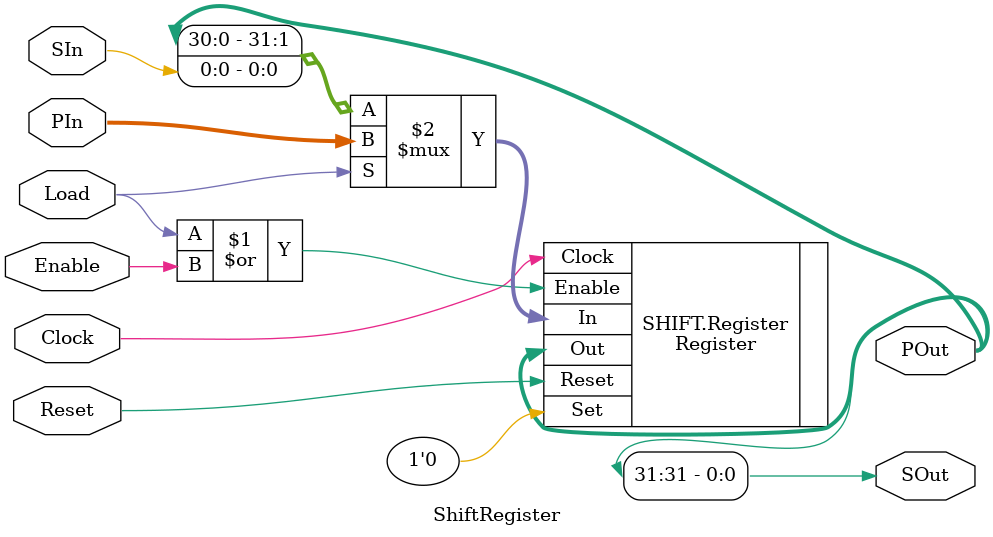
<source format=v>


//------------------------------------------------------------------------------
//	Module:		ShiftRegister
//	Desc:		This is a general parallel to serial and serial to parallel
//				converter.  Note that it can work with 'serial' data streams
//				that are more than a single bit wide.  This is useful for
//				example when a signal must cross a 32b/8b boundary.
//				This also means it can be used to delay a signal quite easily.
//	Params:		PWidth:	Sets the bitwidth of the parallel data (both in and
//						out of the module)
//				SWidth:	Sets the bitwidth of the serial data (both in and out
//						of the module)
//				Reverse:Shift MSb to LSb?
//	Ex:			(32,1) will convert 32bit wide data into 1bit serial data
//				(32,8) will convert 32bit words into bytes
//	Author:		<a href="http://www.gdgib.com/">Greg Gibeling</a>
//	Version:	$Revision: 26904 $
//------------------------------------------------------------------------------
module	ShiftRegister(Clock, Reset, Load, Enable, PIn, SIn, POut, SOut);
	//--------------------------------------------------------------------------
	//	Parameters
	//--------------------------------------------------------------------------
	parameter				PWidth =				32,		// The parallel width
							SWidth =				1,		// The serial width
							Reverse =				0,
	`ifdef ASIC
							Initial =				{PWidth{1'bx}},
	`else
							Initial =				{PWidth{1'b0}},
	`endif
							AsyncReset =			0,
							AsyncSet =				0,
							ResetValue =			{PWidth{1'b0}},
							SetValue =				{PWidth{1'b1}};
	//--------------------------------------------------------------------------
	
	//--------------------------------------------------------------------------
	//	Control Inputs
	//--------------------------------------------------------------------------
	input					Clock, Reset, Load, Enable;
	//--------------------------------------------------------------------------

	//--------------------------------------------------------------------------
	//	Parallel and Serial I/O
	//--------------------------------------------------------------------------
	input	[PWidth-1:0]	PIn;
	input	[SWidth-1:0]	SIn;
	output 	[PWidth-1:0]	POut;
	output	[SWidth-1:0]	SOut;
	//--------------------------------------------------------------------------
	
	//--------------------------------------------------------------------------
	//	Assigns
	//--------------------------------------------------------------------------
	assign	SOut =									Reverse ? POut[SWidth-1:0] : POut[PWidth-1:PWidth-SWidth];
	//--------------------------------------------------------------------------

	//--------------------------------------------------------------------------
	//	Behavioral Shift Register Core
	//--------------------------------------------------------------------------
	generate if (PWidth == SWidth) begin:REG
		Register 	#(			.Width(				PWidth),
								.Initial(			Initial),
								.AsyncReset(		AsyncReset),
								.AsyncSet(			AsyncSet),
								.ResetValue(		ResetValue),
								.SetValue(			SetValue))
					Register(	.Clock(				Clock),
								.Reset(				Reset),
								.Set(				1'b0),
								.Enable(			Load | Enable),
								.In(				Load ? PIn : SIn),
								.Out(				POut));
	end else begin:SHIFT
		Register	 #(			.Width(				PWidth),
								.Initial(			Initial),
								.AsyncReset(		AsyncReset),
								.AsyncSet(			AsyncSet),
								.ResetValue(		ResetValue),
								.SetValue(			SetValue))
					Register(	.Clock(				Clock),
								.Reset(				Reset),
								.Set(				1'b0),
								.Enable(			Load | Enable),
								.In(				Load ? PIn : (Reverse ? {SIn, POut[PWidth-1:SWidth]} : {POut[PWidth-SWidth-1:0], SIn})),
								.Out(				POut));
	end endgenerate
	//--------------------------------------------------------------------------
endmodule
//------------------------------------------------------------------------------

</source>
